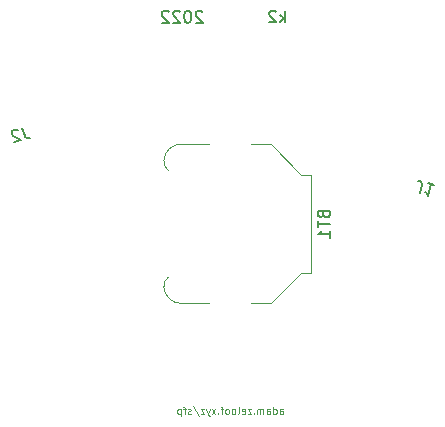
<source format=gbo>
%TF.GenerationSoftware,KiCad,Pcbnew,(6.0.2)*%
%TF.CreationDate,2022-03-14T21:43:42+00:00*%
%TF.ProjectId,snowflake-brooch,736e6f77-666c-4616-9b65-2d62726f6f63,rev?*%
%TF.SameCoordinates,Original*%
%TF.FileFunction,Legend,Bot*%
%TF.FilePolarity,Positive*%
%FSLAX46Y46*%
G04 Gerber Fmt 4.6, Leading zero omitted, Abs format (unit mm)*
G04 Created by KiCad (PCBNEW (6.0.2)) date 2022-03-14 21:43:42*
%MOMM*%
%LPD*%
G01*
G04 APERTURE LIST*
G04 Aperture macros list*
%AMHorizOval*
0 Thick line with rounded ends*
0 $1 width*
0 $2 $3 position (X,Y) of the first rounded end (center of the circle)*
0 $4 $5 position (X,Y) of the second rounded end (center of the circle)*
0 Add line between two ends*
20,1,$1,$2,$3,$4,$5,0*
0 Add two circle primitives to create the rounded ends*
1,1,$1,$2,$3*
1,1,$1,$4,$5*%
%AMRotRect*
0 Rectangle, with rotation*
0 The origin of the aperture is its center*
0 $1 length*
0 $2 width*
0 $3 Rotation angle, in degrees counterclockwise*
0 Add horizontal line*
21,1,$1,$2,0,0,$3*%
G04 Aperture macros list end*
%ADD10C,0.150000*%
%ADD11C,0.100000*%
%ADD12C,0.120000*%
%ADD13RotRect,1.800000X1.800000X300.000000*%
%ADD14C,1.800000*%
%ADD15C,1.700000*%
%ADD16C,3.000000*%
%ADD17C,9.000000*%
%ADD18HorizOval,1.600000X0.000000X0.000000X0.000000X0.000000X0*%
%ADD19C,1.600000*%
%ADD20O,1.600000X1.600000*%
%ADD21HorizOval,1.600000X0.000000X0.000000X0.000000X0.000000X0*%
%ADD22HorizOval,1.600000X0.000000X0.000000X0.000000X0.000000X0*%
%ADD23HorizOval,1.600000X0.000000X0.000000X0.000000X0.000000X0*%
%ADD24RotRect,1.800000X1.800000X60.000000*%
%ADD25RotRect,1.800000X1.800000X120.000000*%
%ADD26R,1.800000X1.800000*%
%ADD27RotRect,1.800000X1.800000X240.000000*%
G04 APERTURE END LIST*
D10*
X142455685Y-58272419D02*
X142408066Y-58224800D01*
X142312828Y-58177180D01*
X142074733Y-58177180D01*
X141979495Y-58224800D01*
X141931876Y-58272419D01*
X141884257Y-58367657D01*
X141884257Y-58462895D01*
X141931876Y-58605752D01*
X142503304Y-59177180D01*
X141884257Y-59177180D01*
X141265209Y-58177180D02*
X141169971Y-58177180D01*
X141074733Y-58224800D01*
X141027114Y-58272419D01*
X140979495Y-58367657D01*
X140931876Y-58558133D01*
X140931876Y-58796228D01*
X140979495Y-58986704D01*
X141027114Y-59081942D01*
X141074733Y-59129561D01*
X141169971Y-59177180D01*
X141265209Y-59177180D01*
X141360447Y-59129561D01*
X141408066Y-59081942D01*
X141455685Y-58986704D01*
X141503304Y-58796228D01*
X141503304Y-58558133D01*
X141455685Y-58367657D01*
X141408066Y-58272419D01*
X141360447Y-58224800D01*
X141265209Y-58177180D01*
X140550923Y-58272419D02*
X140503304Y-58224800D01*
X140408066Y-58177180D01*
X140169971Y-58177180D01*
X140074733Y-58224800D01*
X140027114Y-58272419D01*
X139979495Y-58367657D01*
X139979495Y-58462895D01*
X140027114Y-58605752D01*
X140598542Y-59177180D01*
X139979495Y-59177180D01*
X139598542Y-58272419D02*
X139550923Y-58224800D01*
X139455685Y-58177180D01*
X139217590Y-58177180D01*
X139122352Y-58224800D01*
X139074733Y-58272419D01*
X139027114Y-58367657D01*
X139027114Y-58462895D01*
X139074733Y-58605752D01*
X139646161Y-59177180D01*
X139027114Y-59177180D01*
X149436057Y-59151780D02*
X149436057Y-58151780D01*
X149340819Y-58770828D02*
X149055104Y-59151780D01*
X149055104Y-58485114D02*
X149436057Y-58866066D01*
X148674152Y-58247019D02*
X148626533Y-58199400D01*
X148531295Y-58151780D01*
X148293200Y-58151780D01*
X148197961Y-58199400D01*
X148150342Y-58247019D01*
X148102723Y-58342257D01*
X148102723Y-58437495D01*
X148150342Y-58580352D01*
X148721771Y-59151780D01*
X148102723Y-59151780D01*
D11*
X148991114Y-92295628D02*
X148991114Y-91981342D01*
X149019685Y-91924200D01*
X149076828Y-91895628D01*
X149191114Y-91895628D01*
X149248257Y-91924200D01*
X148991114Y-92267057D02*
X149048257Y-92295628D01*
X149191114Y-92295628D01*
X149248257Y-92267057D01*
X149276828Y-92209914D01*
X149276828Y-92152771D01*
X149248257Y-92095628D01*
X149191114Y-92067057D01*
X149048257Y-92067057D01*
X148991114Y-92038485D01*
X148448257Y-92295628D02*
X148448257Y-91695628D01*
X148448257Y-92267057D02*
X148505400Y-92295628D01*
X148619685Y-92295628D01*
X148676828Y-92267057D01*
X148705400Y-92238485D01*
X148733971Y-92181342D01*
X148733971Y-92009914D01*
X148705400Y-91952771D01*
X148676828Y-91924200D01*
X148619685Y-91895628D01*
X148505400Y-91895628D01*
X148448257Y-91924200D01*
X147905400Y-92295628D02*
X147905400Y-91981342D01*
X147933971Y-91924200D01*
X147991114Y-91895628D01*
X148105400Y-91895628D01*
X148162542Y-91924200D01*
X147905400Y-92267057D02*
X147962542Y-92295628D01*
X148105400Y-92295628D01*
X148162542Y-92267057D01*
X148191114Y-92209914D01*
X148191114Y-92152771D01*
X148162542Y-92095628D01*
X148105400Y-92067057D01*
X147962542Y-92067057D01*
X147905400Y-92038485D01*
X147619685Y-92295628D02*
X147619685Y-91895628D01*
X147619685Y-91952771D02*
X147591114Y-91924200D01*
X147533971Y-91895628D01*
X147448257Y-91895628D01*
X147391114Y-91924200D01*
X147362542Y-91981342D01*
X147362542Y-92295628D01*
X147362542Y-91981342D02*
X147333971Y-91924200D01*
X147276828Y-91895628D01*
X147191114Y-91895628D01*
X147133971Y-91924200D01*
X147105400Y-91981342D01*
X147105400Y-92295628D01*
X146819685Y-92238485D02*
X146791114Y-92267057D01*
X146819685Y-92295628D01*
X146848257Y-92267057D01*
X146819685Y-92238485D01*
X146819685Y-92295628D01*
X146591114Y-91895628D02*
X146276828Y-91895628D01*
X146591114Y-92295628D01*
X146276828Y-92295628D01*
X145819685Y-92267057D02*
X145876828Y-92295628D01*
X145991114Y-92295628D01*
X146048257Y-92267057D01*
X146076828Y-92209914D01*
X146076828Y-91981342D01*
X146048257Y-91924200D01*
X145991114Y-91895628D01*
X145876828Y-91895628D01*
X145819685Y-91924200D01*
X145791114Y-91981342D01*
X145791114Y-92038485D01*
X146076828Y-92095628D01*
X145448257Y-92295628D02*
X145505400Y-92267057D01*
X145533971Y-92209914D01*
X145533971Y-91695628D01*
X145133971Y-92295628D02*
X145191114Y-92267057D01*
X145219685Y-92238485D01*
X145248257Y-92181342D01*
X145248257Y-92009914D01*
X145219685Y-91952771D01*
X145191114Y-91924200D01*
X145133971Y-91895628D01*
X145048257Y-91895628D01*
X144991114Y-91924200D01*
X144962542Y-91952771D01*
X144933971Y-92009914D01*
X144933971Y-92181342D01*
X144962542Y-92238485D01*
X144991114Y-92267057D01*
X145048257Y-92295628D01*
X145133971Y-92295628D01*
X144591114Y-92295628D02*
X144648257Y-92267057D01*
X144676828Y-92238485D01*
X144705400Y-92181342D01*
X144705400Y-92009914D01*
X144676828Y-91952771D01*
X144648257Y-91924200D01*
X144591114Y-91895628D01*
X144505400Y-91895628D01*
X144448257Y-91924200D01*
X144419685Y-91952771D01*
X144391114Y-92009914D01*
X144391114Y-92181342D01*
X144419685Y-92238485D01*
X144448257Y-92267057D01*
X144505400Y-92295628D01*
X144591114Y-92295628D01*
X144219685Y-91895628D02*
X143991114Y-91895628D01*
X144133971Y-92295628D02*
X144133971Y-91781342D01*
X144105400Y-91724200D01*
X144048257Y-91695628D01*
X143991114Y-91695628D01*
X143791114Y-92238485D02*
X143762542Y-92267057D01*
X143791114Y-92295628D01*
X143819685Y-92267057D01*
X143791114Y-92238485D01*
X143791114Y-92295628D01*
X143562542Y-92295628D02*
X143248257Y-91895628D01*
X143562542Y-91895628D02*
X143248257Y-92295628D01*
X143076828Y-91895628D02*
X142933971Y-92295628D01*
X142791114Y-91895628D02*
X142933971Y-92295628D01*
X142991114Y-92438485D01*
X143019685Y-92467057D01*
X143076828Y-92495628D01*
X142619685Y-91895628D02*
X142305400Y-91895628D01*
X142619685Y-92295628D01*
X142305400Y-92295628D01*
X141648257Y-91667057D02*
X142162542Y-92438485D01*
X141476828Y-92267057D02*
X141419685Y-92295628D01*
X141305400Y-92295628D01*
X141248257Y-92267057D01*
X141219685Y-92209914D01*
X141219685Y-92181342D01*
X141248257Y-92124200D01*
X141305400Y-92095628D01*
X141391114Y-92095628D01*
X141448257Y-92067057D01*
X141476828Y-92009914D01*
X141476828Y-91981342D01*
X141448257Y-91924200D01*
X141391114Y-91895628D01*
X141305400Y-91895628D01*
X141248257Y-91924200D01*
X141048257Y-91895628D02*
X140819685Y-91895628D01*
X140962542Y-92295628D02*
X140962542Y-91781342D01*
X140933971Y-91724200D01*
X140876828Y-91695628D01*
X140819685Y-91695628D01*
X140619685Y-91895628D02*
X140619685Y-92495628D01*
X140619685Y-91924200D02*
X140562542Y-91895628D01*
X140448257Y-91895628D01*
X140391114Y-91924200D01*
X140362542Y-91952771D01*
X140333971Y-92009914D01*
X140333971Y-92181342D01*
X140362542Y-92238485D01*
X140391114Y-92267057D01*
X140448257Y-92295628D01*
X140562542Y-92295628D01*
X140619685Y-92267057D01*
D10*
%TO.C,J2*%
X127212193Y-68076360D02*
X127397063Y-68766307D01*
X127480034Y-68891972D01*
X127596676Y-68959315D01*
X127746990Y-68968338D01*
X127838983Y-68943688D01*
X126822874Y-68279275D02*
X126764553Y-68245604D01*
X126660235Y-68224257D01*
X126430253Y-68285880D01*
X126350584Y-68356526D01*
X126316913Y-68414847D01*
X126295566Y-68519165D01*
X126320215Y-68611158D01*
X126403186Y-68736823D01*
X127103040Y-69140884D01*
X126505086Y-69301105D01*
%TO.C,J1*%
X160858242Y-73635493D02*
X161043113Y-72945546D01*
X161034090Y-72795232D01*
X160966747Y-72678589D01*
X160841082Y-72595619D01*
X160749089Y-72570969D01*
X162082987Y-72928386D02*
X161531029Y-72780489D01*
X161807008Y-72854438D02*
X161548189Y-73820364D01*
X161493170Y-73657725D01*
X161425827Y-73541082D01*
X161346158Y-73470437D01*
%TO.C,BT1*%
X152708571Y-75414285D02*
X152756190Y-75557142D01*
X152803809Y-75604761D01*
X152899047Y-75652380D01*
X153041904Y-75652380D01*
X153137142Y-75604761D01*
X153184761Y-75557142D01*
X153232380Y-75461904D01*
X153232380Y-75080952D01*
X152232380Y-75080952D01*
X152232380Y-75414285D01*
X152280000Y-75509523D01*
X152327619Y-75557142D01*
X152422857Y-75604761D01*
X152518095Y-75604761D01*
X152613333Y-75557142D01*
X152660952Y-75509523D01*
X152708571Y-75414285D01*
X152708571Y-75080952D01*
X152232380Y-75938095D02*
X152232380Y-76509523D01*
X153232380Y-76223809D02*
X152232380Y-76223809D01*
X153232380Y-77366666D02*
X153232380Y-76795238D01*
X153232380Y-77080952D02*
X152232380Y-77080952D01*
X152375238Y-76985714D01*
X152470476Y-76890476D01*
X152518095Y-76795238D01*
D12*
X142980000Y-82950000D02*
X140680000Y-82950000D01*
X151630000Y-72050000D02*
X150830000Y-72050000D01*
X148230000Y-82950000D02*
X150830000Y-80350000D01*
X146580000Y-82950000D02*
X148230000Y-82950000D01*
X142980000Y-69450000D02*
X140680000Y-69450000D01*
X150830000Y-80350000D02*
X151630000Y-80350000D01*
X151630000Y-80350000D02*
X151630000Y-72050000D01*
X150830000Y-72050000D02*
X148230000Y-69450000D01*
X148230000Y-69450000D02*
X146580000Y-69450000D01*
X139580000Y-80700000D02*
G75*
G03*
X139195840Y-81614615I600001J-790000D01*
G01*
X140730000Y-69450000D02*
G75*
G03*
X139180000Y-70900000I-50001J-1499999D01*
G01*
X139195840Y-70785385D02*
G75*
G03*
X139580000Y-71700000I984161J-124615D01*
G01*
X139180000Y-81500000D02*
G75*
G03*
X140730000Y-82950000I1499999J49999D01*
G01*
%TD*%
%LPC*%
D13*
%TO.C,D2*%
X156207500Y-68110818D03*
D14*
X157477500Y-70310523D03*
%TD*%
D15*
%TO.C,J2*%
X127635000Y-70942200D03*
%TD*%
%TO.C,J1*%
X161925000Y-70942200D03*
%TD*%
D16*
%TO.C,BT1*%
X144780000Y-69600000D03*
X144780000Y-82800000D03*
D17*
X144780000Y-76200000D03*
%TD*%
D18*
%TO.C,R1*%
X146052443Y-66370200D03*
D19*
X152651557Y-70180200D03*
%TD*%
D20*
%TO.C,R2*%
X153924000Y-72390000D03*
D19*
X153924000Y-80010000D03*
%TD*%
%TO.C,R3*%
X146052444Y-86029800D03*
D21*
X152651558Y-82219800D03*
%TD*%
D19*
%TO.C,R4*%
X136908444Y-82219800D03*
D22*
X143507558Y-86029800D03*
%TD*%
D19*
%TO.C,R5*%
X135636000Y-72390000D03*
D20*
X135636000Y-80010000D03*
%TD*%
D19*
%TO.C,R6*%
X143507557Y-66370200D03*
D23*
X136908443Y-70180200D03*
%TD*%
D24*
%TO.C,D6*%
X132077500Y-70319183D03*
D14*
X133347500Y-68119478D03*
%TD*%
D25*
%TO.C,D5*%
X133352500Y-84289183D03*
D14*
X132082500Y-82089478D03*
%TD*%
D26*
%TO.C,D4*%
X146050000Y-90119200D03*
D14*
X143510000Y-90119200D03*
%TD*%
D27*
%TO.C,D3*%
X157480000Y-82042000D03*
D14*
X156210000Y-84241705D03*
%TD*%
D26*
%TO.C,D1*%
X143510000Y-62280800D03*
D14*
X146050000Y-62280800D03*
%TD*%
M02*

</source>
